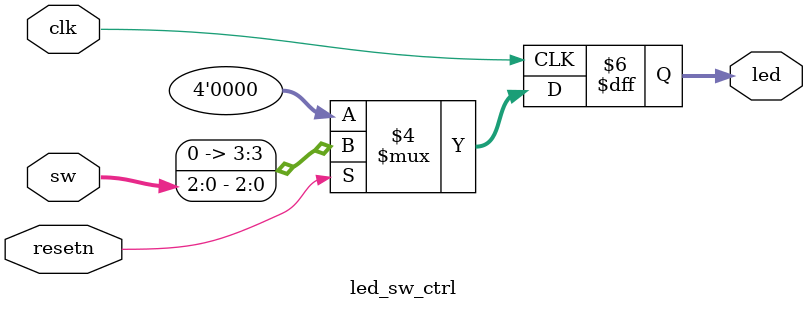
<source format=v>
/*----------------------------------------------------------------------------
--     Name    : LED Controller
--     Made by : Maduinos
--     Date    : 2023/08/17
--     Blog    : https://maduinos.blogspot.com/
--     Ver.    : 0.01
--     WORK    : First Draft
----------------------------------------------------------------------------*/
`timescale 1ns/1ps

module led_sw_ctrl # (
    parameter LED_NUM = 4,
    parameter SW_NUM = 3
)
(
    input                       clk,
    input                       resetn,
    input       [SW_NUM-1:0]    sw,
    output reg  [LED_NUM-1:0]   led
);

always @(posedge clk) begin
    if(!resetn)     led <= {LED_NUM{1'b0}};
    else            led <= {{(LED_NUM-SW_NUM){1'b0}}, sw};
end


endmodule

</source>
